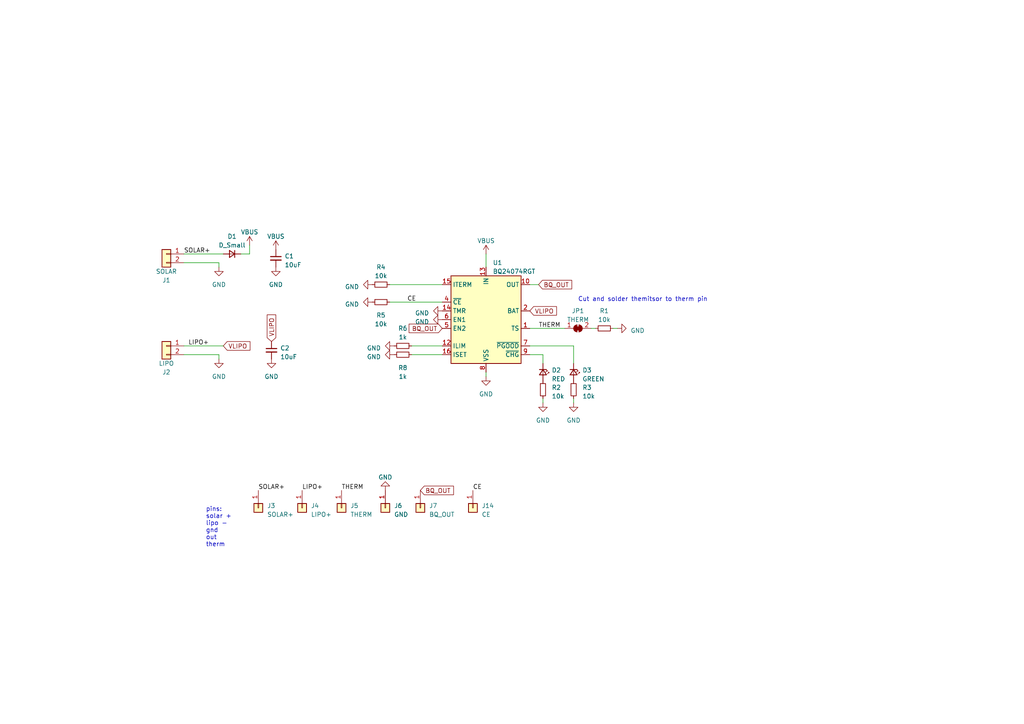
<source format=kicad_sch>
(kicad_sch (version 20230121) (generator eeschema)
  (paper "A4")
  (lib_symbols
    (symbol "Battery_Management:BQ24074RGT"
      (property "Reference" "U" (at -8.89 13.97 0))
      (property "Value" "BQ24074RGT" (at 16.51 13.97 0))
      (symbol "BQ24074RGT_0_1"
        (rectangle (start -10.16 12.7) (end 10.16 -12.7) (stroke (width 0.254)) (fill (type background)))
      )
      (symbol "BQ24074RGT_1_1"
        (pin passive line (at 12.7 -2.54 180) (length 2.54) (name "TS") (number "1"))
        (pin power_out line (at 12.7 10.16 180) (length 2.54) (name "OUT") (number "10"))
        (pin passive line (at 12.7 10.16 180) (length 2.54) hide (name "OUT") (number "11"))
        (pin passive line (at -12.7 -7.62 0) (length 2.54) (name "ILIM") (number "12"))
        (pin power_in line (at 0 15.24 270) (length 2.54) (name "IN") (number "13"))
        (pin input line (at -12.7 2.54 0) (length 2.54) (name "TMR") (number "14"))
        (pin input line (at -12.7 10.16 0) (length 2.54) (name "ITERM") (number "15"))
        (pin passive line (at -12.7 -10.16 0) (length 2.54) (name "ISET") (number "16"))
        (pin passive line (at 0 -15.24 90) (length 2.54) hide (name "VSS") (number "17"))
        (pin power_out line (at 12.7 2.54 180) (length 2.54) (name "BAT") (number "2"))
        (pin passive line (at 12.7 2.54 180) (length 2.54) hide (name "BAT") (number "3"))
        (pin input line (at -12.7 5.08 0) (length 2.54) (name "~{CE}") (number "4"))
        (pin input line (at -12.7 -2.54 0) (length 2.54) (name "EN2") (number "5"))
        (pin input line (at -12.7 0 0) (length 2.54) (name "EN1") (number "6"))
        (pin open_collector line (at 12.7 -7.62 180) (length 2.54) (name "~{PGOOD}") (number "7"))
        (pin power_in line (at 0 -15.24 90) (length 2.54) (name "VSS") (number "8"))
        (pin open_collector line (at 12.7 -10.16 180) (length 2.54) (name "~{CHG}") (number "9"))
      )
    )
    (symbol "Connector_Generic:Conn_01x01" (pin_names (offset 1.016) hide)
      (property "Reference" "J" (at 0 2.54 0))
      (property "Value" "Conn_01x01" (at 0 -2.54 0))
      (symbol "Conn_01x01_1_1"
        (rectangle (start -1.27 0.127) (end 0 -0.127) (stroke (width 0.1524)))
        (rectangle (start -1.27 1.27) (end 1.27 -1.27) (stroke (width 0.254)) (fill (type background)))
        (pin passive line (at -5.08 0 0) (length 3.81) (name "Pin_1") (number "1"))
      )
    )
    (symbol "Connector_Generic:Conn_01x02" (pin_names (offset 1.016) hide)
      (property "Reference" "J" (at 0 2.54 0))
      (property "Value" "Conn_01x02" (at 0 -5.08 0))
      (symbol "Conn_01x02_1_1"
        (rectangle (start -1.27 -2.413) (end 0 -2.667) (stroke (width 0.1524)))
        (rectangle (start -1.27 0.127) (end 0 -0.127) (stroke (width 0.1524)))
        (rectangle (start -1.27 1.27) (end 1.27 -3.81) (stroke (width 0.254)) (fill (type background)))
        (pin passive line (at -5.08 0 0) (length 3.81) (name "Pin_1") (number "1"))
        (pin passive line (at -5.08 -2.54 0) (length 3.81) (name "Pin_2") (number "2"))
      )
    )
    (symbol "Device:C_Small" (pin_numbers hide) (pin_names (offset 0.254) hide)
      (property "Reference" "C" (at 0.254 1.778 0))
      (property "Value" "C_Small" (at 0.254 -2.032 0))
      (symbol "C_Small_0_1"
        (polyline (pts (xy -1.524 -0.508) (xy 1.524 -0.508)) (stroke (width 0.3302)))
        (polyline (pts (xy -1.524 0.508) (xy 1.524 0.508)) (stroke (width 0.3048)))
      )
      (symbol "C_Small_1_1"
        (pin passive line (at 0 2.54 270) (length 2.032) (name "~") (number "1"))
        (pin passive line (at 0 -2.54 90) (length 2.032) (name "~") (number "2"))
      )
    )
    (symbol "Device:D_Small" (pin_numbers hide) (pin_names (offset 0.254) hide)
      (property "Reference" "D" (at -1.27 2.032 0))
      (property "Value" "D_Small" (at -3.81 -2.032 0))
      (symbol "D_Small_0_1"
        (polyline (pts (xy -0.762 -1.016) (xy -0.762 1.016)) (stroke (width 0.254)))
        (polyline (pts (xy -0.762 0) (xy 0.762 0)))
        (polyline (pts (xy 0.762 -1.016) (xy -0.762 0) (xy 0.762 1.016) (xy 0.762 -1.016)) (stroke (width 0.254)))
      )
      (symbol "D_Small_1_1"
        (pin passive line (at -2.54 0 0) (length 1.778) (name "K") (number "1"))
        (pin passive line (at 2.54 0 180) (length 1.778) (name "A") (number "2"))
      )
    )
    (symbol "Device:LED_Small" (pin_numbers hide) (pin_names (offset 0.254) hide)
      (property "Reference" "D" (at -1.27 3.175 0))
      (property "Value" "LED_Small" (at -4.445 -2.54 0))
      (symbol "LED_Small_0_1"
        (polyline (pts (xy -0.762 -1.016) (xy -0.762 1.016)) (stroke (width 0.254)))
        (polyline (pts (xy 1.016 0) (xy -0.762 0)))
        (polyline (pts (xy 0.762 -1.016) (xy -0.762 0) (xy 0.762 1.016) (xy 0.762 -1.016)) (stroke (width 0.254)))
        (polyline (pts (xy 0 0.762) (xy -0.508 1.27) (xy -0.254 1.27) (xy -0.508 1.27) (xy -0.508 1.016)))
        (polyline (pts (xy 0.508 1.27) (xy 0 1.778) (xy 0.254 1.778) (xy 0 1.778) (xy 0 1.524)))
      )
      (symbol "LED_Small_1_1"
        (pin passive line (at -2.54 0 0) (length 1.778) (name "K") (number "1"))
        (pin passive line (at 2.54 0 180) (length 1.778) (name "A") (number "2"))
      )
    )
    (symbol "Device:R_Small" (pin_numbers hide) (pin_names (offset 0.254) hide)
      (property "Reference" "R" (at 0.762 0.508 0))
      (property "Value" "R_Small" (at 0.762 -1.016 0))
      (symbol "R_Small_0_1"
        (rectangle (start -0.762 1.778) (end 0.762 -1.778) (stroke (width 0.2032)))
      )
      (symbol "R_Small_1_1"
        (pin passive line (at 0 2.54 270) (length 0.762) (name "~") (number "1"))
        (pin passive line (at 0 -2.54 90) (length 0.762) (name "~") (number "2"))
      )
    )
    (symbol "Jumper:SolderJumper_2_Bridged" (pin_names (offset 0) hide)
      (property "Reference" "JP" (at 0 2.032 0))
      (property "Value" "SolderJumper_2_Bridged" (at 0 -2.54 0))
      (symbol "SolderJumper_2_Bridged_0_1"
        (rectangle (start -0.508 0.508) (end 0.508 -0.508) (fill (type outline)))
        (arc (start -0.254 1.016) (mid -1.2656 0) (end -0.254 -1.016))
        (arc (start -0.254 1.016) (mid -1.2656 0) (end -0.254 -1.016) (fill (type outline)))
        (polyline (pts (xy -0.254 1.016) (xy -0.254 -1.016)))
        (polyline (pts (xy 0.254 1.016) (xy 0.254 -1.016)))
        (arc (start 0.254 -1.016) (mid 1.2656 0) (end 0.254 1.016))
        (arc (start 0.254 -1.016) (mid 1.2656 0) (end 0.254 1.016) (fill (type outline)))
      )
      (symbol "SolderJumper_2_Bridged_1_1"
        (pin passive line (at -3.81 0 0) (length 2.54) (name "A") (number "1"))
        (pin passive line (at 3.81 0 180) (length 2.54) (name "B") (number "2"))
      )
    )
    (symbol "power:GND" (power) (pin_names (offset 0))
      (property "Value" "GND" (at 0 -3.81 0))
      (symbol "GND_0_1"
        (polyline (pts (xy 0 0) (xy 0 -1.27) (xy 1.27 -1.27) (xy 0 -2.54) (xy -1.27 -1.27) (xy 0 -1.27)))
      )
      (symbol "GND_1_1"
        (pin power_in line (at 0 0 270) (length 0) hide (name "GND") (number "1"))
      )
    )
    (symbol "power:VBUS" (power) (pin_names (offset 0))
      (property "Value" "VBUS" (at 0 3.81 0))
      (symbol "VBUS_0_1"
        (polyline (pts (xy -0.762 1.27) (xy 0 2.54)))
        (polyline (pts (xy 0 0) (xy 0 2.54)))
        (polyline (pts (xy 0 2.54) (xy 0.762 1.27)))
      )
      (symbol "VBUS_1_1"
        (pin power_in line (at 0 0 90) (length 0) hide (name "VBUS") (number "1"))
      )
    )
  )
  (wire (pts (xy 157.48 102.87) (xy 157.48 105.41)))
  (wire (pts (xy 119.38 102.87) (xy 128.27 102.87)))
  (wire (pts (xy 53.34 76.2) (xy 63.5 76.2)))
  (wire (pts (xy 153.67 102.87) (xy 157.48 102.87)))
  (wire (pts (xy 119.38 100.33) (xy 128.27 100.33)))
  (wire (pts (xy 53.34 100.33) (xy 64.77 100.33)))
  (wire (pts (xy 53.34 73.66) (xy 64.77 73.66)))
  (wire (pts (xy 72.39 73.66) (xy 72.39 71.12)))
  (wire (pts (xy 156.21 82.55) (xy 153.67 82.55)))
  (wire (pts (xy 166.37 100.33) (xy 166.37 105.41)))
  (wire (pts (xy 113.03 87.63) (xy 128.27 87.63)))
  (wire (pts (xy 177.8 95.25) (xy 179.07 95.25)))
  (wire (pts (xy 153.67 95.25) (xy 163.83 95.25)))
  (wire (pts (xy 171.45 95.25) (xy 172.72 95.25)))
  (wire (pts (xy 157.48 115.57) (xy 157.48 116.84)))
  (wire (pts (xy 166.37 115.57) (xy 166.37 116.84)))
  (wire (pts (xy 53.34 102.87) (xy 63.5 102.87)))
  (wire (pts (xy 140.97 73.66) (xy 140.97 77.47)))
  (wire (pts (xy 63.5 76.2) (xy 63.5 77.47)))
  (wire (pts (xy 113.03 82.55) (xy 128.27 82.55)))
  (wire (pts (xy 140.97 107.95) (xy 140.97 109.22)))
  (wire (pts (xy 153.67 100.33) (xy 166.37 100.33)))
  (wire (pts (xy 63.5 102.87) (xy 63.5 104.14)))
  (wire (pts (xy 69.85 73.66) (xy 72.39 73.66)))
  (text "pins:\nsolar +\nlipo -\ngnd\nout\ntherm" (at 59.69 158.75 0) (effects (font (size 1.27 1.27)) (justify left bottom)))
  (text "Cut and solder themitsor to therm pin" (at 167.64 87.63 0) (effects (font (size 1.27 1.27)) (justify left bottom)))
  (label "LIPO+" (at 54.61 100.33 0))
  (label "SOLAR+" (at 74.93 142.24 0))
  (label "THERM" (at 99.06 142.24 0))
  (label "SOLAR+" (at 53.34 73.66 0))
  (label "CE" (at 137.16 142.24 0))
  (label "CE" (at 118.11 87.63 0))
  (label "THERM" (at 156.21 95.25 0))
  (label "LIPO+" (at 87.63 142.24 0))
  (global_label "BQ_OUT" (shape input) (at 128.27 95.25 180) (property "Intersheetrefs" "${INTERSHEET_REFS}" (effects hide)))
  (global_label "VLIPO" (shape input) (at 64.77 100.33 0) (property "Intersheetrefs" "${INTERSHEET_REFS}" (effects hide)))
  (global_label "VLIPO" (shape input) (at 78.74 99.06 90) (property "Intersheetrefs" "${INTERSHEET_REFS}" (effects hide)))
  (global_label "BQ_OUT" (shape input) (at 156.21 82.55 0) (property "Intersheetrefs" "${INTERSHEET_REFS}" (effects hide)))
  (global_label "BQ_OUT" (shape input) (at 121.92 142.24 0) (property "Intersheetrefs" "${INTERSHEET_REFS}" (effects hide)))
  (global_label "VLIPO" (shape input) (at 153.67 90.17 0) (property "Intersheetrefs" "${INTERSHEET_REFS}" (effects hide)))
  (symbol (lib_id "power:GND") (at 63.5 104.14 0) (unit 1)
    (property "Reference" "#PWR06" (effects hide))
    (property "Value" "GND" (at 63.5 109.22 0))
  )
  (symbol (lib_id "Connector_Generic:Conn_01x01") (at 121.92 147.32 270) (unit 1)
    (property "Reference" "J7" (at 124.46 146.685 90) (effects (justify left)))
    (property "Value" "BQ_OUT" (at 124.46 149.225 90) (effects (justify left)))
    (property "Footprint" "KiCad Footprints:PCBWay_CastellatedHole" (effects hide))
  )
  (symbol (lib_id "Connector_Generic:Conn_01x01") (at 74.93 147.32 270) (unit 1)
    (property "Reference" "J3" (at 77.47 146.685 90) (effects (justify left)))
    (property "Value" "SOLAR+" (at 77.47 149.225 90) (effects (justify left)))
    (property "Footprint" "KiCad Footprints:PCBWay_CastellatedHole" (effects hide))
  )
  (symbol (lib_id "Jumper:SolderJumper_2_Bridged") (at 167.64 95.25 0) (unit 1)
    (property "Reference" "JP1" (at 167.64 90.17 0))
    (property "Value" "THERM" (at 167.64 92.71 0))
    (property "Footprint" "Jumper:SolderJumper-2_P1.3mm_Bridged_RoundedPad1.0x1.5mm" (effects hide))
  )
  (symbol (lib_id "power:GND") (at 140.97 109.22 0) (unit 1)
    (property "Reference" "#PWR07" (effects hide))
    (property "Value" "GND" (at 140.97 114.3 0))
  )
  (symbol (lib_id "Device:D_Small") (at 67.31 73.66 180) (unit 1)
    (property "Reference" "D1" (at 67.31 68.58 0))
    (property "Value" "D_Small" (at 67.31 71.12 0))
    (property "Footprint" "Diode_SMD:D_SOD-123" (effects hide))
    (property "Sim.Device" "D" (effects hide))
    (property "Sim.Pins" "1=K 2=A" (effects hide))
  )
  (symbol (lib_id "Connector_Generic:Conn_01x01") (at 137.16 147.32 270) (unit 1)
    (property "Reference" "J14" (at 139.7 146.685 90) (effects (justify left)))
    (property "Value" "CE" (at 139.7 149.225 90) (effects (justify left)))
    (property "Footprint" "KiCad Footprints:PCBWay_CastellatedHole" (effects hide))
  )
  (symbol (lib_id "Device:R_Small") (at 157.48 113.03 180) (unit 1)
    (property "Reference" "R2" (at 160.02 112.395 0) (effects (justify right)))
    (property "Value" "10k" (at 160.02 114.935 0) (effects (justify right)))
    (property "Footprint" "Resistor_SMD:R_0805_2012Metric" (effects hide))
  )
  (symbol (lib_id "Connector_Generic:Conn_01x01") (at 87.63 147.32 270) (unit 1)
    (property "Reference" "J4" (at 90.17 146.685 90) (effects (justify left)))
    (property "Value" "LIPO+" (at 90.17 149.225 90) (effects (justify left)))
    (property "Footprint" "KiCad Footprints:PCBWay_CastellatedHole" (effects hide))
  )
  (symbol (lib_id "power:VBUS") (at 72.39 71.12 0) (unit 1)
    (property "Reference" "#PWR05" (effects hide))
    (property "Value" "VBUS" (at 72.39 67.31 0))
  )
  (symbol (lib_id "Device:C_Small") (at 78.74 101.6 0) (unit 1)
    (property "Reference" "C2" (at 81.28 100.9713 0) (effects (justify left)))
    (property "Value" "10uF" (at 81.28 103.5113 0) (effects (justify left)))
    (property "Footprint" "Capacitor_SMD:C_0805_2012Metric" (effects hide))
  )
  (symbol (lib_id "power:GND") (at 107.95 82.55 270) (unit 1)
    (property "Reference" "#PWR012" (effects hide))
    (property "Value" "GND" (at 104.14 83.185 90) (effects (justify right)))
  )
  (symbol (lib_id "Device:R_Small") (at 110.49 87.63 90) (unit 1)
    (property "Reference" "R5" (at 110.49 91.44 90))
    (property "Value" "10k" (at 110.49 93.98 90))
    (property "Footprint" "Resistor_SMD:R_0805_2012Metric" (effects hide))
  )
  (symbol (lib_id "Device:R_Small") (at 116.84 100.33 90) (unit 1)
    (property "Reference" "R6" (at 116.84 95.25 90))
    (property "Value" "1k" (at 116.84 97.79 90))
    (property "Footprint" "Resistor_SMD:R_0805_2012Metric" (effects hide))
  )
  (symbol (lib_id "power:GND") (at 166.37 116.84 0) (unit 1)
    (property "Reference" "#PWR011" (effects hide))
    (property "Value" "GND" (at 166.37 121.92 0))
  )
  (symbol (lib_id "Connector_Generic:Conn_01x02") (at 48.26 100.33 0) (mirror y) (unit 1)
    (property "Reference" "J2" (at 48.26 107.95 0))
    (property "Value" "LIPO" (at 48.26 105.41 0))
    (property "Footprint" "Connector_JST:JST_PH_S2B-PH-SM4-TB_1x02-1MP_P2.00mm_Horizontal" (effects hide))
  )
  (symbol (lib_id "Device:R_Small") (at 166.37 113.03 180) (unit 1)
    (property "Reference" "R3" (at 168.91 112.395 0) (effects (justify right)))
    (property "Value" "10k" (at 168.91 114.935 0) (effects (justify right)))
    (property "Footprint" "Resistor_SMD:R_0805_2012Metric" (effects hide))
  )
  (symbol (lib_id "Connector_Generic:Conn_01x01") (at 99.06 147.32 270) (unit 1)
    (property "Reference" "J5" (at 101.6 146.685 90) (effects (justify left)))
    (property "Value" "THERM" (at 101.6 149.225 90) (effects (justify left)))
    (property "Footprint" "KiCad Footprints:PCBWay_CastellatedHole" (effects hide))
  )
  (symbol (lib_id "power:GND") (at 107.95 87.63 270) (unit 1)
    (property "Reference" "#PWR013" (effects hide))
    (property "Value" "GND" (at 104.14 88.265 90) (effects (justify right)))
  )
  (symbol (lib_id "Connector_Generic:Conn_01x02") (at 48.26 73.66 0) (mirror y) (unit 1)
    (property "Reference" "J1" (at 48.26 81.28 0))
    (property "Value" "SOLAR" (at 48.26 78.74 0))
    (property "Footprint" "TerminalBlock_TE-Connectivity:TerminalBlock_TE_282834-2_1x02_P2.54mm_Horizontal" (effects hide))
  )
  (symbol (lib_id "power:GND") (at 128.27 90.17 270) (unit 1)
    (property "Reference" "#PWR014" (effects hide))
    (property "Value" "GND" (at 124.46 90.805 90) (effects (justify right)))
  )
  (symbol (lib_id "power:VBUS") (at 140.97 73.66 0) (unit 1)
    (property "Reference" "#PWR01" (effects hide))
    (property "Value" "VBUS" (at 140.97 69.85 0))
  )
  (symbol (lib_id "power:GND") (at 78.74 104.14 0) (unit 1)
    (property "Reference" "#PWR08" (effects hide))
    (property "Value" "GND" (at 78.74 109.22 0))
  )
  (symbol (lib_id "Device:R_Small") (at 175.26 95.25 90) (unit 1)
    (property "Reference" "R1" (at 175.26 90.17 90))
    (property "Value" "10k" (at 175.26 92.71 90))
    (property "Footprint" "Resistor_SMD:R_0805_2012Metric" (effects hide))
  )
  (symbol (lib_id "power:GND") (at 179.07 95.25 90) (unit 1)
    (property "Reference" "#PWR09" (effects hide))
    (property "Value" "GND" (at 182.88 95.885 90) (effects (justify right)))
  )
  (symbol (lib_id "power:GND") (at 114.3 100.33 270) (unit 1)
    (property "Reference" "#PWR015" (effects hide))
    (property "Value" "GND" (at 110.49 100.965 90) (effects (justify right)))
  )
  (symbol (lib_id "power:GND") (at 128.27 92.71 270) (unit 1)
    (property "Reference" "#PWR019" (effects hide))
    (property "Value" "GND" (at 124.46 93.345 90) (effects (justify right)))
  )
  (symbol (lib_id "power:GND") (at 63.5 77.47 0) (unit 1)
    (property "Reference" "#PWR04" (effects hide))
    (property "Value" "GND" (at 63.5 82.55 0))
  )
  (symbol (lib_id "Device:R_Small") (at 110.49 82.55 90) (unit 1)
    (property "Reference" "R4" (at 110.49 77.47 90))
    (property "Value" "10k" (at 110.49 80.01 90))
    (property "Footprint" "Resistor_SMD:R_0805_2012Metric" (effects hide))
  )
  (symbol (lib_id "Device:C_Small") (at 80.01 74.93 0) (unit 1)
    (property "Reference" "C1" (at 82.55 74.3013 0) (effects (justify left)))
    (property "Value" "10uF" (at 82.55 76.8413 0) (effects (justify left)))
    (property "Footprint" "Capacitor_SMD:C_0805_2012Metric" (effects hide))
  )
  (symbol (lib_id "power:VBUS") (at 80.01 72.39 0) (unit 1)
    (property "Reference" "#PWR02" (effects hide))
    (property "Value" "VBUS" (at 80.01 68.58 0))
  )
  (symbol (lib_id "Connector_Generic:Conn_01x01") (at 111.76 147.32 270) (unit 1)
    (property "Reference" "J6" (at 114.3 146.685 90) (effects (justify left)))
    (property "Value" "GND" (at 114.3 149.225 90) (effects (justify left)))
    (property "Footprint" "KiCad Footprints:PCBWay_CastellatedHole" (effects hide))
  )
  (symbol (lib_id "Device:LED_Small") (at 166.37 107.95 270) (unit 1)
    (property "Reference" "D3" (at 168.91 107.3785 90) (effects (justify left)))
    (property "Value" "GREEN" (at 168.91 109.9185 90) (effects (justify left)))
    (property "Footprint" "LED_SMD:LED_0805_2012Metric" (effects hide))
  )
  (symbol (lib_id "Device:LED_Small") (at 157.48 107.95 270) (unit 1)
    (property "Reference" "D2" (at 160.02 107.3785 90) (effects (justify left)))
    (property "Value" "RED" (at 160.02 109.9185 90) (effects (justify left)))
    (property "Footprint" "LED_SMD:LED_0805_2012Metric" (effects hide))
  )
  (symbol (lib_id "power:GND") (at 157.48 116.84 0) (unit 1)
    (property "Reference" "#PWR010" (effects hide))
    (property "Value" "GND" (at 157.48 121.92 0))
  )
  (symbol (lib_id "Battery_Management:BQ24074RGT") (at 140.97 92.71 0) (unit 1)
    (property "Reference" "U1" (at 142.9259 76.2 0) (effects (justify left)))
    (property "Value" "BQ24074RGT" (at 142.9259 78.74 0) (effects (justify left)))
    (property "Footprint" "Package_DFN_QFN:VQFN-16-1EP_3x3mm_P0.5mm_EP1.6x1.6mm" (effects hide))
    (property "Datasheet" "http://www.ti.com/lit/ds/symlink/bq24074.pdf" (effects hide))
  )
  (symbol (lib_id "power:GND") (at 111.76 142.24 180) (unit 1)
    (property "Reference" "#PWR016" (effects hide))
    (property "Value" "GND" (at 111.76 138.43 0))
  )
  (symbol (lib_id "Device:R_Small") (at 116.84 102.87 270) (unit 1)
    (property "Reference" "R8" (at 116.84 106.68 90))
    (property "Value" "1k" (at 116.84 109.22 90))
    (property "Footprint" "Resistor_SMD:R_0805_2012Metric" (effects hide))
  )
  (symbol (lib_id "power:GND") (at 114.3 102.87 270) (unit 1)
    (property "Reference" "#PWR017" (effects hide))
    (property "Value" "GND" (at 110.49 103.505 90) (effects (justify right)))
  )
  (symbol (lib_id "power:GND") (at 80.01 77.47 0) (unit 1)
    (property "Reference" "#PWR03" (effects hide))
    (property "Value" "GND" (at 80.01 82.55 0))
  )
)
</source>
